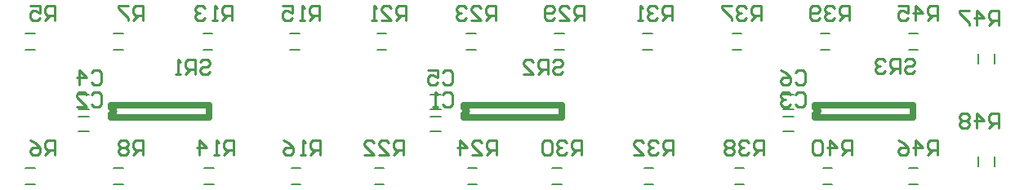
<source format=gbo>
%FSLAX44Y44*%
%MOMM*%
G71*
G01*
G75*
G04 Layer_Color=32896*
%ADD10R,1.9000X1.3500*%
%ADD11C,0.2540*%
%ADD12C,1.7000*%
%ADD13C,0.9000*%
%ADD14R,1.5000X1.5000*%
%ADD15C,1.5000*%
%ADD16C,4.0000*%
%ADD17C,0.6000*%
%ADD18C,0.8000*%
%ADD19O,0.5000X1.2000*%
%ADD20R,0.5000X1.2000*%
%ADD21R,0.9500X1.7000*%
%ADD22R,1.3500X1.9000*%
%ADD23C,0.2000*%
%ADD24C,0.2032*%
%ADD25R,2.0524X1.5024*%
%ADD26C,1.8524*%
%ADD27C,1.0524*%
%ADD28R,1.6524X1.6524*%
%ADD29C,1.6524*%
%ADD30C,4.1524*%
%ADD31C,0.7524*%
%ADD32C,0.9524*%
%ADD33O,0.6524X1.3524*%
%ADD34R,0.6524X1.3524*%
%ADD35R,1.1024X1.8524*%
%ADD36R,1.5024X2.0524*%
%ADD37C,0.7000*%
D11*
X499113Y215388D02*
X501652Y217927D01*
X506731D01*
X509270Y215388D01*
Y205231D01*
X506731Y202692D01*
X501652D01*
X499113Y205231D01*
X494035Y202692D02*
X488957D01*
X491496D01*
Y217927D01*
X494035Y215388D01*
X134623Y215388D02*
X137163Y217927D01*
X142241D01*
X144780Y215388D01*
Y205231D01*
X142241Y202692D01*
X137163D01*
X134623Y205231D01*
X119388Y202692D02*
X129545D01*
X119388Y212849D01*
Y215388D01*
X121927Y217927D01*
X127006D01*
X129545Y215388D01*
X864873Y215388D02*
X867412Y217927D01*
X872491D01*
X875030Y215388D01*
Y205231D01*
X872491Y202692D01*
X867412D01*
X864873Y205231D01*
X859795Y215388D02*
X857256Y217927D01*
X852177D01*
X849638Y215388D01*
Y212849D01*
X852177Y210310D01*
X854717D01*
X852177D01*
X849638Y207770D01*
Y205231D01*
X852177Y202692D01*
X857256D01*
X859795Y205231D01*
X96266Y292862D02*
Y308097D01*
X88649D01*
X86109Y305558D01*
Y300480D01*
X88649Y297940D01*
X96266D01*
X91188D02*
X86109Y292862D01*
X70874Y308097D02*
X81031D01*
Y300480D01*
X75953Y303019D01*
X73413D01*
X70874Y300480D01*
Y295401D01*
X73413Y292862D01*
X78492D01*
X81031Y295401D01*
X96266Y153162D02*
Y168397D01*
X88649D01*
X86109Y165858D01*
Y160779D01*
X88649Y158240D01*
X96266D01*
X91188D02*
X86109Y153162D01*
X70874Y168397D02*
X75953Y165858D01*
X81031Y160779D01*
Y155701D01*
X78492Y153162D01*
X73413D01*
X70874Y155701D01*
Y158240D01*
X73413Y160779D01*
X81031D01*
X187706Y292862D02*
Y308097D01*
X180089D01*
X177549Y305558D01*
Y300480D01*
X180089Y297940D01*
X187706D01*
X182628D02*
X177549Y292862D01*
X172471Y308097D02*
X162314D01*
Y305558D01*
X172471Y295401D01*
Y292862D01*
X187706Y153162D02*
Y168397D01*
X180089D01*
X177549Y165858D01*
Y160779D01*
X180089Y158240D01*
X187706D01*
X182628D02*
X177549Y153162D01*
X172471Y165858D02*
X169932Y168397D01*
X164853D01*
X162314Y165858D01*
Y163319D01*
X164853Y160779D01*
X162314Y158240D01*
Y155701D01*
X164853Y153162D01*
X169932D01*
X172471Y155701D01*
Y158240D01*
X169932Y160779D01*
X172471Y163319D01*
Y165858D01*
X169932Y160779D02*
X164853D01*
X280416Y292862D02*
Y308097D01*
X272799D01*
X270259Y305558D01*
Y300480D01*
X272799Y297940D01*
X280416D01*
X275338D02*
X270259Y292862D01*
X265181D02*
X260103D01*
X262642D01*
Y308097D01*
X265181Y305558D01*
X252485D02*
X249946Y308097D01*
X244867D01*
X242328Y305558D01*
Y303019D01*
X244867Y300480D01*
X247407D01*
X244867D01*
X242328Y297940D01*
Y295401D01*
X244867Y292862D01*
X249946D01*
X252485Y295401D01*
X281686Y153162D02*
Y168397D01*
X274069D01*
X271529Y165858D01*
Y160779D01*
X274069Y158240D01*
X281686D01*
X276608D02*
X271529Y153162D01*
X266451D02*
X261373D01*
X263912D01*
Y168397D01*
X266451Y165858D01*
X246138Y153162D02*
Y168397D01*
X253755Y160779D01*
X243598D01*
X370586Y292862D02*
Y308097D01*
X362968D01*
X360429Y305558D01*
Y300480D01*
X362968Y297940D01*
X370586D01*
X365508D02*
X360429Y292862D01*
X355351D02*
X350273D01*
X352812D01*
Y308097D01*
X355351Y305558D01*
X332498Y308097D02*
X342655D01*
Y300480D01*
X337577Y303019D01*
X335037D01*
X332498Y300480D01*
Y295401D01*
X335037Y292862D01*
X340116D01*
X342655Y295401D01*
X371856Y153162D02*
Y168397D01*
X364239D01*
X361699Y165858D01*
Y160779D01*
X364239Y158240D01*
X371856D01*
X366778D02*
X361699Y153162D01*
X356621D02*
X351543D01*
X354082D01*
Y168397D01*
X356621Y165858D01*
X333768Y168397D02*
X338847Y165858D01*
X343925Y160779D01*
Y155701D01*
X341386Y153162D01*
X336307D01*
X333768Y155701D01*
Y158240D01*
X336307Y160779D01*
X343925D01*
X460756Y292862D02*
Y308097D01*
X453139D01*
X450599Y305558D01*
Y300480D01*
X453139Y297940D01*
X460756D01*
X455678D02*
X450599Y292862D01*
X435364D02*
X445521D01*
X435364Y303019D01*
Y305558D01*
X437903Y308097D01*
X442982D01*
X445521Y305558D01*
X430286Y292862D02*
X425207D01*
X427747D01*
Y308097D01*
X430286Y305558D01*
X458216Y153162D02*
Y168397D01*
X450598D01*
X448059Y165858D01*
Y160779D01*
X450598Y158240D01*
X458216D01*
X453138D02*
X448059Y153162D01*
X432824D02*
X442981D01*
X432824Y163319D01*
Y165858D01*
X435363Y168397D01*
X440442D01*
X442981Y165858D01*
X417589Y153162D02*
X427746D01*
X417589Y163319D01*
Y165858D01*
X420128Y168397D01*
X425207D01*
X427746Y165858D01*
X553466Y292862D02*
Y308097D01*
X545849D01*
X543309Y305558D01*
Y300480D01*
X545849Y297940D01*
X553466D01*
X548388D02*
X543309Y292862D01*
X528074D02*
X538231D01*
X528074Y303019D01*
Y305558D01*
X530613Y308097D01*
X535692D01*
X538231Y305558D01*
X522996D02*
X520457Y308097D01*
X515378D01*
X512839Y305558D01*
Y303019D01*
X515378Y300480D01*
X517918D01*
X515378D01*
X512839Y297940D01*
Y295401D01*
X515378Y292862D01*
X520457D01*
X522996Y295401D01*
X554736Y153162D02*
Y168397D01*
X547118D01*
X544579Y165858D01*
Y160779D01*
X547118Y158240D01*
X554736D01*
X549658D02*
X544579Y153162D01*
X529344D02*
X539501D01*
X529344Y163319D01*
Y165858D01*
X531883Y168397D01*
X536962D01*
X539501Y165858D01*
X516648Y153162D02*
Y168397D01*
X524266Y160779D01*
X514109D01*
X644906Y292862D02*
Y308097D01*
X637289D01*
X634749Y305558D01*
Y300480D01*
X637289Y297940D01*
X644906D01*
X639828D02*
X634749Y292862D01*
X619514D02*
X629671D01*
X619514Y303019D01*
Y305558D01*
X622053Y308097D01*
X627132D01*
X629671Y305558D01*
X614436Y295401D02*
X611897Y292862D01*
X606818D01*
X604279Y295401D01*
Y305558D01*
X606818Y308097D01*
X611897D01*
X614436Y305558D01*
Y303019D01*
X611897Y300480D01*
X604279D01*
X642366Y153162D02*
Y168397D01*
X634748D01*
X632209Y165858D01*
Y160779D01*
X634748Y158240D01*
X642366D01*
X637288D02*
X632209Y153162D01*
X627131Y165858D02*
X624592Y168397D01*
X619513D01*
X616974Y165858D01*
Y163319D01*
X619513Y160779D01*
X622053D01*
X619513D01*
X616974Y158240D01*
Y155701D01*
X619513Y153162D01*
X624592D01*
X627131Y155701D01*
X611896Y165858D02*
X609357Y168397D01*
X604278D01*
X601739Y165858D01*
Y155701D01*
X604278Y153162D01*
X609357D01*
X611896Y155701D01*
Y165858D01*
X736346Y292862D02*
Y308097D01*
X728728D01*
X726189Y305558D01*
Y300480D01*
X728728Y297940D01*
X736346D01*
X731268D02*
X726189Y292862D01*
X721111Y305558D02*
X718572Y308097D01*
X713493D01*
X710954Y305558D01*
Y303019D01*
X713493Y300480D01*
X716033D01*
X713493D01*
X710954Y297940D01*
Y295401D01*
X713493Y292862D01*
X718572D01*
X721111Y295401D01*
X705876Y292862D02*
X700798D01*
X703337D01*
Y308097D01*
X705876Y305558D01*
X737616Y153162D02*
Y168397D01*
X729998D01*
X727459Y165858D01*
Y160779D01*
X729998Y158240D01*
X737616D01*
X732538D02*
X727459Y153162D01*
X722381Y165858D02*
X719842Y168397D01*
X714763D01*
X712224Y165858D01*
Y163319D01*
X714763Y160779D01*
X717303D01*
X714763D01*
X712224Y158240D01*
Y155701D01*
X714763Y153162D01*
X719842D01*
X722381Y155701D01*
X696989Y153162D02*
X707146D01*
X696989Y163319D01*
Y165858D01*
X699528Y168397D01*
X704607D01*
X707146Y165858D01*
X829056Y292862D02*
Y308097D01*
X821439D01*
X818899Y305558D01*
Y300480D01*
X821439Y297940D01*
X829056D01*
X823978D02*
X818899Y292862D01*
X813821Y305558D02*
X811282Y308097D01*
X806203D01*
X803664Y305558D01*
Y303019D01*
X806203Y300480D01*
X808743D01*
X806203D01*
X803664Y297940D01*
Y295401D01*
X806203Y292862D01*
X811282D01*
X813821Y295401D01*
X798586Y308097D02*
X788429D01*
Y305558D01*
X798586Y295401D01*
Y292862D01*
X831596Y153162D02*
Y168397D01*
X823979D01*
X821439Y165858D01*
Y160779D01*
X823979Y158240D01*
X831596D01*
X826518D02*
X821439Y153162D01*
X816361Y165858D02*
X813822Y168397D01*
X808743D01*
X806204Y165858D01*
Y163319D01*
X808743Y160779D01*
X811283D01*
X808743D01*
X806204Y158240D01*
Y155701D01*
X808743Y153162D01*
X813822D01*
X816361Y155701D01*
X801126Y165858D02*
X798587Y168397D01*
X793508D01*
X790969Y165858D01*
Y163319D01*
X793508Y160779D01*
X790969Y158240D01*
Y155701D01*
X793508Y153162D01*
X798587D01*
X801126Y155701D01*
Y158240D01*
X798587Y160779D01*
X801126Y163319D01*
Y165858D01*
X798587Y160779D02*
X793508D01*
X920496Y292862D02*
Y308097D01*
X912878D01*
X910339Y305558D01*
Y300480D01*
X912878Y297940D01*
X920496D01*
X915418D02*
X910339Y292862D01*
X905261Y305558D02*
X902722Y308097D01*
X897643D01*
X895104Y305558D01*
Y303019D01*
X897643Y300480D01*
X900183D01*
X897643D01*
X895104Y297940D01*
Y295401D01*
X897643Y292862D01*
X902722D01*
X905261Y295401D01*
X890026D02*
X887487Y292862D01*
X882408D01*
X879869Y295401D01*
Y305558D01*
X882408Y308097D01*
X887487D01*
X890026Y305558D01*
Y303019D01*
X887487Y300480D01*
X879869D01*
X923036Y153162D02*
Y168397D01*
X915418D01*
X912879Y165858D01*
Y160779D01*
X915418Y158240D01*
X923036D01*
X917958D02*
X912879Y153162D01*
X900183D02*
Y168397D01*
X907801Y160779D01*
X897644D01*
X892566Y165858D02*
X890027Y168397D01*
X884948D01*
X882409Y165858D01*
Y155701D01*
X884948Y153162D01*
X890027D01*
X892566Y155701D01*
Y165858D01*
X1011936Y292862D02*
Y308097D01*
X1004318D01*
X1001779Y305558D01*
Y300480D01*
X1004318Y297940D01*
X1011936D01*
X1006858D02*
X1001779Y292862D01*
X989083D02*
Y308097D01*
X996701Y300480D01*
X986544D01*
X971309Y308097D02*
X981466D01*
Y300480D01*
X976387Y303019D01*
X973848D01*
X971309Y300480D01*
Y295401D01*
X973848Y292862D01*
X978927D01*
X981466Y295401D01*
X1011936Y153162D02*
Y168397D01*
X1004318D01*
X1001779Y165858D01*
Y160779D01*
X1004318Y158240D01*
X1011936D01*
X1006858D02*
X1001779Y153162D01*
X989083D02*
Y168397D01*
X996701Y160779D01*
X986544D01*
X971309Y168397D02*
X976387Y165858D01*
X981466Y160779D01*
Y155701D01*
X978927Y153162D01*
X973848D01*
X971309Y155701D01*
Y158240D01*
X973848Y160779D01*
X981466D01*
X1075182Y288036D02*
Y303271D01*
X1067564D01*
X1065025Y300732D01*
Y295653D01*
X1067564Y293114D01*
X1075182D01*
X1070104D02*
X1065025Y288036D01*
X1052329D02*
Y303271D01*
X1059947Y295653D01*
X1049790D01*
X1044712Y303271D02*
X1034555D01*
Y300732D01*
X1044712Y290575D01*
Y288036D01*
X1075182Y181356D02*
Y196591D01*
X1067564D01*
X1065025Y194052D01*
Y188974D01*
X1067564Y186434D01*
X1075182D01*
X1070104D02*
X1065025Y181356D01*
X1052329D02*
Y196591D01*
X1059947Y188974D01*
X1049790D01*
X1044712Y194052D02*
X1042173Y196591D01*
X1037094D01*
X1034555Y194052D01*
Y191513D01*
X1037094Y188974D01*
X1034555Y186434D01*
Y183895D01*
X1037094Y181356D01*
X1042173D01*
X1044712Y183895D01*
Y186434D01*
X1042173Y188974D01*
X1044712Y191513D01*
Y194052D01*
X1042173Y188974D02*
X1037094D01*
X247399Y249932D02*
X249939Y252471D01*
X255017D01*
X257556Y249932D01*
Y247393D01*
X255017Y244853D01*
X249939D01*
X247399Y242314D01*
Y239775D01*
X249939Y237236D01*
X255017D01*
X257556Y239775D01*
X242321Y237236D02*
Y252471D01*
X234703D01*
X232164Y249932D01*
Y244853D01*
X234703Y242314D01*
X242321D01*
X237243D02*
X232164Y237236D01*
X227086D02*
X222008D01*
X224547D01*
Y252471D01*
X227086Y249932D01*
X613159D02*
X615699Y252471D01*
X620777D01*
X623316Y249932D01*
Y247393D01*
X620777Y244853D01*
X615699D01*
X613159Y242314D01*
Y239775D01*
X615699Y237236D01*
X620777D01*
X623316Y239775D01*
X608081Y237236D02*
Y252471D01*
X600463D01*
X597924Y249932D01*
Y244853D01*
X600463Y242314D01*
X608081D01*
X603003D02*
X597924Y237236D01*
X582689D02*
X592846D01*
X582689Y247393D01*
Y249932D01*
X585228Y252471D01*
X590307D01*
X592846Y249932D01*
X977649Y250186D02*
X980189Y252725D01*
X985267D01*
X987806Y250186D01*
Y247647D01*
X985267Y245107D01*
X980189D01*
X977649Y242568D01*
Y240029D01*
X980189Y237490D01*
X985267D01*
X987806Y240029D01*
X972571Y237490D02*
Y252725D01*
X964953D01*
X962414Y250186D01*
Y245107D01*
X964953Y242568D01*
X972571D01*
X967493D02*
X962414Y237490D01*
X957336Y250186D02*
X954797Y252725D01*
X949718D01*
X947179Y250186D01*
Y247647D01*
X949718Y245107D01*
X952258D01*
X949718D01*
X947179Y242568D01*
Y240029D01*
X949718Y237490D01*
X954797D01*
X957336Y240029D01*
X134623Y238248D02*
X137163Y240787D01*
X142241D01*
X144780Y238248D01*
Y228091D01*
X142241Y225552D01*
X137163D01*
X134623Y228091D01*
X121927Y225552D02*
Y240787D01*
X129545Y233169D01*
X119388D01*
X499113Y238248D02*
X501652Y240787D01*
X506731D01*
X509270Y238248D01*
Y228091D01*
X506731Y225552D01*
X501652D01*
X499113Y228091D01*
X483878Y240787D02*
X494035D01*
Y233169D01*
X488957Y235709D01*
X486417D01*
X483878Y233169D01*
Y228091D01*
X486417Y225552D01*
X491496D01*
X494035Y228091D01*
X864873Y238248D02*
X867412Y240787D01*
X872491D01*
X875030Y238248D01*
Y228091D01*
X872491Y225552D01*
X867412D01*
X864873Y228091D01*
X849638Y240787D02*
X854717Y238248D01*
X859795Y233169D01*
Y228091D01*
X857256Y225552D01*
X852177D01*
X849638Y228091D01*
Y230630D01*
X852177Y233169D01*
X859795D01*
D23*
X851750Y192920D02*
X862750D01*
X851750Y177920D02*
X862750D01*
X890350Y262010D02*
X900350D01*
X890350Y279010D02*
X900350D01*
X798910Y262010D02*
X808910D01*
X798910Y279010D02*
X808910D01*
X981790Y262010D02*
X991790D01*
X981790Y279010D02*
X991790D01*
X1054490Y247730D02*
Y257730D01*
X1071490Y247730D02*
Y257730D01*
X801450Y122310D02*
X811450D01*
X801450Y139310D02*
X811450D01*
X892890Y122310D02*
X902890D01*
X892890Y139310D02*
X902890D01*
X981790Y122310D02*
X991790D01*
X981790Y139310D02*
X991790D01*
X1071490Y141050D02*
Y151050D01*
X1054490Y141050D02*
Y151050D01*
X707470Y122310D02*
X717470D01*
X707470Y139310D02*
X717470D01*
X706200Y262010D02*
X716200D01*
X706200Y279010D02*
X716200D01*
X612220Y122310D02*
X622220D01*
X612220Y139310D02*
X622220D01*
X614760Y262010D02*
X624760D01*
X614760Y279010D02*
X624760D01*
X524590Y122310D02*
X534590D01*
X524590Y139310D02*
X534590D01*
X523320Y262010D02*
X533320D01*
X523320Y279010D02*
X533320D01*
X428070Y122310D02*
X438070D01*
X428070Y139310D02*
X438070D01*
X430610Y262010D02*
X440610D01*
X430610Y279010D02*
X440610D01*
X250270Y262010D02*
X260270D01*
X250270Y279010D02*
X260270D01*
X251540Y122310D02*
X261540D01*
X251540Y139310D02*
X261540D01*
X341710Y122310D02*
X351710D01*
X341710Y139310D02*
X351710D01*
X340440Y262010D02*
X350440D01*
X340440Y279010D02*
X350440D01*
X66120Y122310D02*
X76120D01*
X66120Y139310D02*
X76120D01*
X66120Y262010D02*
X76120D01*
X66120Y279010D02*
X76120D01*
X157560Y262010D02*
X167560D01*
X157560Y279010D02*
X167560D01*
X157560Y122310D02*
X167560D01*
X157560Y139310D02*
X167560D01*
X121500Y177920D02*
X132500D01*
X121500Y192920D02*
X132500D01*
X485990D02*
X496990D01*
X485990Y177920D02*
X496990D01*
X851750Y215780D02*
X862750D01*
X851750Y200780D02*
X862750D01*
X485990Y215780D02*
X496990D01*
X485990Y200780D02*
X496990D01*
X121500Y215780D02*
X132500D01*
X121500Y200780D02*
X132500D01*
D37*
X885190Y195345D02*
G03*
X885190Y201695I0J3175D01*
G01*
X520700Y195345D02*
G03*
X520700Y201695I0J3175D01*
G01*
X154940Y195345D02*
G03*
X154940Y201695I0J3175D01*
G01*
X885190Y204920D02*
X986790D01*
Y191770D02*
Y204920D01*
X885190Y191770D02*
X986790D01*
X885190D02*
Y195345D01*
Y201695D02*
Y204920D01*
X520700Y201695D02*
Y204920D01*
Y191770D02*
Y195345D01*
Y191770D02*
X622300D01*
Y204920D01*
X520700D02*
X622300D01*
X154940D02*
X256540D01*
Y191770D02*
Y204920D01*
X154940Y191770D02*
X256540D01*
X154940D02*
Y195345D01*
Y201695D02*
Y204920D01*
M02*

</source>
